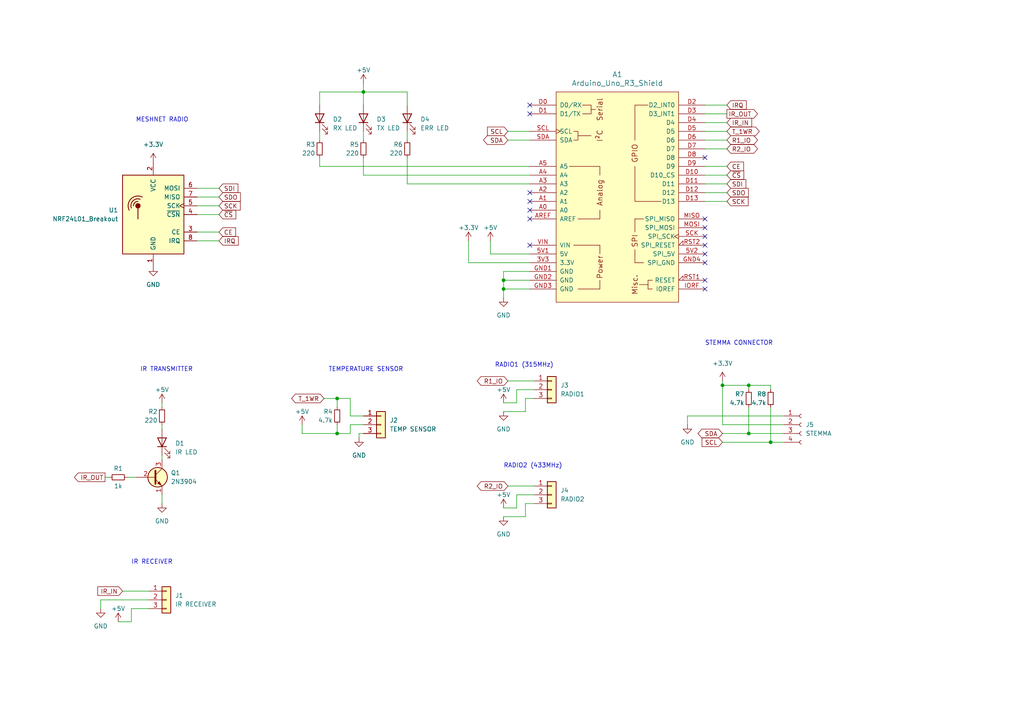
<source format=kicad_sch>
(kicad_sch (version 20230121) (generator eeschema)
  (paper "A4")
  (lib_symbols
    (symbol "Connector:Conn_01x04_Socket" (pin_names (offset 1.016) hide)
      (property "Reference" "J" (at 0 5.08 0))
      (property "Value" "Conn_01x04_Socket" (at 0 -7.62 0))
      (symbol "Conn_01x04_Socket_1_1"
        (arc (start 0 -4.572) (mid -0.5058 -5.08) (end 0 -5.588) (stroke (width 0.1524)))
        (arc (start 0 -2.032) (mid -0.5058 -2.54) (end 0 -3.048) (stroke (width 0.1524)))
        (polyline (pts (xy -1.27 -5.08) (xy -0.508 -5.08)) (stroke (width 0.1524)))
        (polyline (pts (xy -1.27 -2.54) (xy -0.508 -2.54)) (stroke (width 0.1524)))
        (polyline (pts (xy -1.27 0) (xy -0.508 0)) (stroke (width 0.1524)))
        (polyline (pts (xy -1.27 2.54) (xy -0.508 2.54)) (stroke (width 0.1524)))
        (arc (start 0 0.508) (mid -0.5058 0) (end 0 -0.508) (stroke (width 0.1524)))
        (arc (start 0 3.048) (mid -0.5058 2.54) (end 0 2.032) (stroke (width 0.1524)))
        (pin passive line (at -5.08 2.54 0) (length 3.81) (name "Pin_1") (number "1"))
        (pin passive line (at -5.08 0 0) (length 3.81) (name "Pin_2") (number "2"))
        (pin passive line (at -5.08 -2.54 0) (length 3.81) (name "Pin_3") (number "3"))
        (pin passive line (at -5.08 -5.08 0) (length 3.81) (name "Pin_4") (number "4"))
      )
    )
    (symbol "Connector_Generic:Conn_01x03" (pin_names (offset 1.016) hide)
      (property "Reference" "J" (at 0 5.08 0))
      (property "Value" "Conn_01x03" (at 0 -5.08 0))
      (symbol "Conn_01x03_1_1"
        (rectangle (start -1.27 -2.413) (end 0 -2.667) (stroke (width 0.1524)))
        (rectangle (start -1.27 0.127) (end 0 -0.127) (stroke (width 0.1524)))
        (rectangle (start -1.27 2.667) (end 0 2.413) (stroke (width 0.1524)))
        (rectangle (start -1.27 3.81) (end 1.27 -3.81) (stroke (width 0.254)) (fill (type background)))
        (pin passive line (at -5.08 2.54 0) (length 3.81) (name "Pin_1") (number "1"))
        (pin passive line (at -5.08 0 0) (length 3.81) (name "Pin_2") (number "2"))
        (pin passive line (at -5.08 -2.54 0) (length 3.81) (name "Pin_3") (number "3"))
      )
    )
    (symbol "Device:LED" (pin_numbers hide) (pin_names (offset 1.016) hide)
      (property "Reference" "D" (at 0 2.54 0))
      (property "Value" "LED" (at 0 -2.54 0))
      (symbol "LED_0_1"
        (polyline (pts (xy -1.27 -1.27) (xy -1.27 1.27)) (stroke (width 0.254)))
        (polyline (pts (xy -1.27 0) (xy 1.27 0)))
        (polyline (pts (xy 1.27 -1.27) (xy 1.27 1.27) (xy -1.27 0) (xy 1.27 -1.27)) (stroke (width 0.254)))
        (polyline (pts (xy -3.048 -0.762) (xy -4.572 -2.286) (xy -3.81 -2.286) (xy -4.572 -2.286) (xy -4.572 -1.524)))
        (polyline (pts (xy -1.778 -0.762) (xy -3.302 -2.286) (xy -2.54 -2.286) (xy -3.302 -2.286) (xy -3.302 -1.524)))
      )
      (symbol "LED_1_1"
        (pin passive line (at -3.81 0 0) (length 2.54) (name "K") (number "1"))
        (pin passive line (at 3.81 0 180) (length 2.54) (name "A") (number "2"))
      )
    )
    (symbol "Device:R_Small" (pin_numbers hide) (pin_names (offset 0.254) hide)
      (property "Reference" "R" (at 0.762 0.508 0))
      (property "Value" "R_Small" (at 0.762 -1.016 0))
      (symbol "R_Small_0_1"
        (rectangle (start -0.762 1.778) (end 0.762 -1.778) (stroke (width 0.2032)))
      )
      (symbol "R_Small_1_1"
        (pin passive line (at 0 2.54 270) (length 0.762) (name "~") (number "1"))
        (pin passive line (at 0 -2.54 90) (length 0.762) (name "~") (number "2"))
      )
    )
    (symbol "PCM_Transistor_BJT_AKL:2N3904" (pin_names hide)
      (property "Reference" "Q" (at 5.08 1.27 0))
      (property "Value" "2N3904" (at 5.08 -1.27 0))
      (symbol "2N3904_0_1"
        (polyline (pts (xy 0.635 0.635) (xy 2.54 2.54)))
        (polyline (pts (xy 0.635 -0.635) (xy 2.54 -2.54) (xy 2.54 -2.54)))
        (polyline (pts (xy 0.635 1.905) (xy 0.635 -1.905) (xy 0.635 -1.905)) (stroke (width 0.508)))
        (polyline (pts (xy 1.27 -1.778) (xy 1.778 -1.27) (xy 2.286 -2.286) (xy 1.27 -1.778) (xy 1.27 -1.778)) (fill (type outline)))
        (circle (center 1.27 0) (radius 2.8194) (stroke (width 0.254)) (fill (type background)))
      )
      (symbol "2N3904_1_1"
        (pin passive line (at 2.54 -5.08 90) (length 2.54) (name "E") (number "1"))
        (pin passive line (at -5.08 0 0) (length 5.715) (name "B") (number "2"))
        (pin passive line (at 2.54 5.08 270) (length 2.54) (name "C") (number "3"))
      )
    )
    (symbol "PCM_arduino-library:Arduino_Uno_R3_Shield" (pin_names (offset 1.016))
      (property "Reference" "A" (at 0 36.83 0))
      (property "Value" "Arduino_Uno_R3_Shield" (at 0 33.02 0))
      (symbol "Arduino_Uno_R3_Shield_0_0"
        (rectangle (start -17.78 30.48) (end 17.78 -30.48) (fill (type background)))
        (rectangle (start -12.7 -13.97) (end -5.08 -13.97))
        (rectangle (start -11.43 -26.67) (end -5.08 -26.67))
        (polyline (pts (xy -11.43 17.78) (xy -7.62 17.78)))
        (polyline (pts (xy -7.62 25.4) (xy -6.35 25.4)))
        (polyline (pts (xy -5.08 -26.67) (xy -5.08 -24.13)))
        (polyline (pts (xy -5.08 -15.24) (xy -5.08 -16.51)))
        (polyline (pts (xy -5.08 -13.97) (xy -5.08 -15.24)))
        (polyline (pts (xy -5.08 -3.81) (xy -5.08 -6.35) (xy -11.43 -6.35)))
        (polyline (pts (xy -5.08 6.35) (xy -5.08 8.89) (xy -13.97 8.89)))
        (polyline (pts (xy 5.08 8.89) (xy 5.08 -1.27) (xy 12.7 -1.27)))
        (polyline (pts (xy 5.08 16.51) (xy 5.08 26.67) (xy 8.89 26.67)))
        (polyline (pts (xy -12.7 19.05) (xy -11.43 19.05) (xy -11.43 16.51) (xy -12.7 16.51)))
        (polyline (pts (xy -10.16 26.67) (xy -7.62 26.67) (xy -7.62 24.13) (xy -10.16 24.13)))
        (rectangle (start 5.08 -19.05) (end 5.08 -15.24))
        (rectangle (start 5.08 -19.05) (end 7.62 -19.05))
        (rectangle (start 5.08 -10.16) (end 5.08 -6.35))
        (rectangle (start 7.62 -6.35) (end 5.08 -6.35))
        (rectangle (start 8.89 -25.4) (end 6.35 -25.4))
        (rectangle (start 8.89 -24.13) (end 8.89 -26.67))
        (rectangle (start 10.16 -26.67) (end 8.89 -26.67))
        (rectangle (start 10.16 -24.13) (end 8.89 -24.13))
        (text "Analog" (at -5.08 1.27 900) (effects (font (size 1.524 1.524))))
        (text "I²C" (at -5.08 17.78 900) (effects (font (size 1.524 1.524))))
        (text "Misc." (at 5.08 -25.4 900) (effects (font (size 1.524 1.524))))
        (text "Power" (at -5.08 -20.32 900) (effects (font (size 1.524 1.524))))
        (text "Serial" (at -5.08 25.4 900) (effects (font (size 1.524 1.524))))
        (text "SPI" (at 5.08 -12.7 900) (effects (font (size 1.524 1.524))))
      )
      (symbol "Arduino_Uno_R3_Shield_1_0"
        (text "GPIO" (at 5.08 12.7 900) (effects (font (size 1.524 1.524))))
      )
      (symbol "Arduino_Uno_R3_Shield_1_1"
        (pin power_out line (at -25.4 -19.05 0) (length 7.62) (name "3.3V") (number "3V3"))
        (pin power_in line (at -25.4 -16.51 0) (length 7.62) (name "5V") (number "5V1"))
        (pin power_in line (at 25.4 -16.51 180) (length 7.62) (name "SPI_5V") (number "5V2"))
        (pin bidirectional line (at -25.4 -3.81 0) (length 7.62) (name "A0") (number "A0"))
        (pin bidirectional line (at -25.4 -1.27 0) (length 7.62) (name "A1") (number "A1"))
        (pin bidirectional line (at -25.4 1.27 0) (length 7.62) (name "A2") (number "A2"))
        (pin bidirectional line (at -25.4 3.81 0) (length 7.62) (name "A3") (number "A3"))
        (pin bidirectional line (at -25.4 6.35 0) (length 7.62) (name "A4") (number "A4"))
        (pin bidirectional line (at -25.4 8.89 0) (length 7.62) (name "A5") (number "A5"))
        (pin input line (at -25.4 -6.35 0) (length 7.62) (name "AREF") (number "AREF"))
        (pin bidirectional line (at -25.4 26.67 0) (length 7.62) (name "D0/RX") (number "D0"))
        (pin bidirectional line (at -25.4 24.13 0) (length 7.62) (name "D1/TX") (number "D1"))
        (pin bidirectional line (at 25.4 6.35 180) (length 7.62) (name "D10_CS") (number "D10"))
        (pin bidirectional line (at 25.4 3.81 180) (length 7.62) (name "D11") (number "D11"))
        (pin bidirectional line (at 25.4 1.27 180) (length 7.62) (name "D12") (number "D12"))
        (pin bidirectional line (at 25.4 -1.27 180) (length 7.62) (name "D13") (number "D13"))
        (pin bidirectional line (at 25.4 26.67 180) (length 7.62) (name "D2_INT0") (number "D2"))
        (pin bidirectional line (at 25.4 24.13 180) (length 7.62) (name "D3_INT1") (number "D3"))
        (pin bidirectional line (at 25.4 21.59 180) (length 7.62) (name "D4") (number "D4"))
        (pin bidirectional line (at 25.4 19.05 180) (length 7.62) (name "D5") (number "D5"))
        (pin bidirectional line (at 25.4 16.51 180) (length 7.62) (name "D6") (number "D6"))
        (pin bidirectional line (at 25.4 13.97 180) (length 7.62) (name "D7") (number "D7"))
        (pin bidirectional line (at 25.4 11.43 180) (length 7.62) (name "D8") (number "D8"))
        (pin bidirectional line (at 25.4 8.89 180) (length 7.62) (name "D9") (number "D9"))
        (pin power_in line (at -25.4 -21.59 0) (length 7.62) (name "GND") (number "GND1"))
        (pin power_in line (at -25.4 -24.13 0) (length 7.62) (name "GND") (number "GND2"))
        (pin power_in line (at -25.4 -26.67 0) (length 7.62) (name "GND") (number "GND3"))
        (pin power_in line (at 25.4 -19.05 180) (length 7.62) (name "SPI_GND") (number "GND4"))
        (pin output line (at 25.4 -26.67 180) (length 7.62) (name "IOREF") (number "IORF"))
        (pin input line (at 25.4 -6.35 180) (length 7.62) (name "SPI_MISO") (number "MISO"))
        (pin output line (at 25.4 -8.89 180) (length 7.62) (name "SPI_MOSI") (number "MOSI"))
        (pin open_collector input_low (at 25.4 -24.13 180) (length 7.62) (name "RESET") (number "RST1"))
        (pin open_collector input_low (at 25.4 -13.97 180) (length 7.62) (name "SPI_RESET") (number "RST2"))
        (pin output clock (at 25.4 -11.43 180) (length 7.62) (name "SPI_SCK") (number "SCK"))
        (pin bidirectional clock (at -25.4 19.05 0) (length 7.62) (name "SCL") (number "SCL"))
        (pin bidirectional line (at -25.4 16.51 0) (length 7.62) (name "SDA") (number "SDA"))
        (pin power_in line (at -25.4 -13.97 0) (length 7.62) (name "VIN") (number "VIN"))
      )
    )
    (symbol "RF:NRF24L01_Breakout" (pin_names (offset 1.016))
      (property "Reference" "U" (at -8.89 12.7 0))
      (property "Value" "NRF24L01_Breakout" (at 3.81 12.7 0))
      (symbol "NRF24L01_Breakout_0_1"
        (rectangle (start -8.89 11.43) (end 8.89 -11.43) (stroke (width 0.254)) (fill (type background)))
        (polyline (pts (xy 4.445 1.905) (xy 4.445 -1.27)) (stroke (width 0.254)))
        (circle (center 4.445 2.54) (radius 0.635) (stroke (width 0.254)) (fill (type outline)))
        (arc (start 5.715 2.54) (mid 5.3521 3.4546) (end 4.445 3.81) (stroke (width 0.254)))
        (arc (start 6.35 1.905) (mid 5.8763 3.9854) (end 3.81 4.445) (stroke (width 0.254)))
        (arc (start 6.985 1.27) (mid 6.453 4.548) (end 3.175 5.08) (stroke (width 0.254)))
      )
      (symbol "NRF24L01_Breakout_1_1"
        (pin power_in line (at 0 -15.24 90) (length 3.81) (name "GND") (number "1"))
        (pin power_in line (at 0 15.24 270) (length 3.81) (name "VCC") (number "2"))
        (pin input line (at -12.7 -5.08 0) (length 3.81) (name "CE") (number "3"))
        (pin input line (at -12.7 0 0) (length 3.81) (name "~{CSN}") (number "4"))
        (pin input clock (at -12.7 2.54 0) (length 3.81) (name "SCK") (number "5"))
        (pin input line (at -12.7 7.62 0) (length 3.81) (name "MOSI") (number "6"))
        (pin output line (at -12.7 5.08 0) (length 3.81) (name "MISO") (number "7"))
        (pin output line (at -12.7 -7.62 0) (length 3.81) (name "IRQ") (number "8"))
      )
    )
    (symbol "power:+3.3V" (power) (pin_names (offset 0))
      (property "Value" "+3.3V" (at 0 3.556 0))
      (symbol "+3.3V_0_1"
        (polyline (pts (xy -0.762 1.27) (xy 0 2.54)))
        (polyline (pts (xy 0 0) (xy 0 2.54)))
        (polyline (pts (xy 0 2.54) (xy 0.762 1.27)))
      )
      (symbol "+3.3V_1_1"
        (pin power_in line (at 0 0 90) (length 0) hide (name "+3.3V") (number "1"))
      )
    )
    (symbol "power:+5V" (power) (pin_names (offset 0))
      (property "Value" "+5V" (at 0 3.556 0))
      (symbol "+5V_0_1"
        (polyline (pts (xy -0.762 1.27) (xy 0 2.54)))
        (polyline (pts (xy 0 0) (xy 0 2.54)))
        (polyline (pts (xy 0 2.54) (xy 0.762 1.27)))
      )
      (symbol "+5V_1_1"
        (pin power_in line (at 0 0 90) (length 0) hide (name "+5V") (number "1"))
      )
    )
    (symbol "power:GND" (power) (pin_names (offset 0))
      (property "Value" "GND" (at 0 -3.81 0))
      (symbol "GND_0_1"
        (polyline (pts (xy 0 0) (xy 0 -1.27) (xy 1.27 -1.27) (xy 0 -2.54) (xy -1.27 -1.27) (xy 0 -1.27)))
      )
      (symbol "GND_1_1"
        (pin power_in line (at 0 0 270) (length 0) hide (name "GND") (number "1"))
      )
    )
  )
  (junction (at 97.79 125.73))
  (junction (at 105.41 26.67))
  (junction (at 217.17 111.76))
  (junction (at 146.05 83.82))
  (junction (at 209.55 111.76))
  (junction (at 223.52 128.27))
  (junction (at 97.79 115.57))
  (junction (at 217.17 125.73))
  (junction (at 146.05 81.28))
  (no_connect (at 204.47 68.58))
  (no_connect (at 204.47 45.72))
  (no_connect (at 153.67 58.42))
  (no_connect (at 153.67 71.12))
  (no_connect (at 204.47 73.66))
  (no_connect (at 204.47 71.12))
  (no_connect (at 204.47 76.2))
  (no_connect (at 204.47 83.82))
  (no_connect (at 204.47 81.28))
  (no_connect (at 153.67 30.48))
  (no_connect (at 204.47 63.5))
  (no_connect (at 153.67 55.88))
  (no_connect (at 204.47 66.04))
  (no_connect (at 153.67 33.02))
  (no_connect (at 153.67 60.96))
  (no_connect (at 153.67 63.5))
  (wire (pts (xy 36.83 138.43) (xy 39.37 138.43)))
  (wire (pts (xy 210.82 40.64) (xy 204.47 40.64)))
  (wire (pts (xy 105.41 24.13) (xy 105.41 26.67)))
  (wire (pts (xy 149.86 143.51) (xy 154.94 143.51)))
  (wire (pts (xy 87.63 123.19) (xy 87.63 125.73)))
  (wire (pts (xy 147.32 140.97) (xy 154.94 140.97)))
  (wire (pts (xy 105.41 38.1) (xy 105.41 40.64)))
  (wire (pts (xy 92.71 38.1) (xy 92.71 40.64)))
  (wire (pts (xy 34.29 180.34) (xy 38.1 180.34)))
  (wire (pts (xy 210.82 33.02) (xy 204.47 33.02)))
  (wire (pts (xy 147.32 40.64) (xy 153.67 40.64)))
  (wire (pts (xy 29.21 176.53) (xy 29.21 173.99)))
  (wire (pts (xy 153.67 38.1) (xy 147.32 38.1)))
  (wire (pts (xy 30.48 138.43) (xy 31.75 138.43)))
  (wire (pts (xy 38.1 176.53) (xy 43.18 176.53)))
  (wire (pts (xy 149.86 116.84) (xy 149.86 113.03)))
  (wire (pts (xy 142.24 69.85) (xy 142.24 73.66)))
  (wire (pts (xy 46.99 132.08) (xy 46.99 133.35)))
  (wire (pts (xy 149.86 147.32) (xy 149.86 143.51)))
  (wire (pts (xy 204.47 50.8) (xy 210.82 50.8)))
  (wire (pts (xy 92.71 26.67) (xy 105.41 26.67)))
  (wire (pts (xy 209.55 110.49) (xy 209.55 111.76)))
  (wire (pts (xy 217.17 113.03) (xy 217.17 111.76)))
  (wire (pts (xy 118.11 53.34) (xy 153.67 53.34)))
  (wire (pts (xy 101.6 123.19) (xy 105.41 123.19)))
  (wire (pts (xy 97.79 115.57) (xy 101.6 115.57)))
  (wire (pts (xy 142.24 73.66) (xy 153.67 73.66)))
  (wire (pts (xy 217.17 125.73) (xy 227.33 125.73)))
  (wire (pts (xy 209.55 111.76) (xy 217.17 111.76)))
  (wire (pts (xy 46.99 123.19) (xy 46.99 124.46)))
  (wire (pts (xy 105.41 50.8) (xy 153.67 50.8)))
  (wire (pts (xy 223.52 118.11) (xy 223.52 128.27)))
  (wire (pts (xy 146.05 78.74) (xy 146.05 81.28)))
  (wire (pts (xy 199.39 123.19) (xy 199.39 120.65)))
  (wire (pts (xy 35.56 171.45) (xy 43.18 171.45)))
  (wire (pts (xy 146.05 86.36) (xy 146.05 83.82)))
  (wire (pts (xy 209.55 111.76) (xy 209.55 123.19)))
  (wire (pts (xy 217.17 118.11) (xy 217.17 125.73)))
  (wire (pts (xy 146.05 147.32) (xy 149.86 147.32)))
  (wire (pts (xy 153.67 81.28) (xy 146.05 81.28)))
  (wire (pts (xy 29.21 173.99) (xy 43.18 173.99)))
  (wire (pts (xy 204.47 30.48) (xy 210.82 30.48)))
  (wire (pts (xy 210.82 38.1) (xy 204.47 38.1)))
  (wire (pts (xy 149.86 113.03) (xy 154.94 113.03)))
  (wire (pts (xy 105.41 45.72) (xy 105.41 50.8)))
  (wire (pts (xy 101.6 120.65) (xy 105.41 120.65)))
  (wire (pts (xy 38.1 180.34) (xy 38.1 176.53)))
  (wire (pts (xy 57.15 69.85) (xy 63.5 69.85)))
  (wire (pts (xy 118.11 45.72) (xy 118.11 53.34)))
  (wire (pts (xy 152.4 146.05) (xy 154.94 146.05)))
  (wire (pts (xy 93.98 115.57) (xy 97.79 115.57)))
  (wire (pts (xy 146.05 116.84) (xy 149.86 116.84)))
  (wire (pts (xy 204.47 58.42) (xy 210.82 58.42)))
  (wire (pts (xy 118.11 30.48) (xy 118.11 26.67)))
  (wire (pts (xy 101.6 125.73) (xy 101.6 123.19)))
  (wire (pts (xy 204.47 53.34) (xy 210.82 53.34)))
  (wire (pts (xy 227.33 128.27) (xy 223.52 128.27)))
  (wire (pts (xy 146.05 81.28) (xy 146.05 83.82)))
  (wire (pts (xy 204.47 48.26) (xy 210.82 48.26)))
  (wire (pts (xy 92.71 30.48) (xy 92.71 26.67)))
  (wire (pts (xy 97.79 123.19) (xy 97.79 125.73)))
  (wire (pts (xy 118.11 26.67) (xy 105.41 26.67)))
  (wire (pts (xy 209.55 125.73) (xy 217.17 125.73)))
  (wire (pts (xy 92.71 45.72) (xy 92.71 48.26)))
  (wire (pts (xy 92.71 48.26) (xy 153.67 48.26)))
  (wire (pts (xy 146.05 83.82) (xy 153.67 83.82)))
  (wire (pts (xy 57.15 59.69) (xy 63.5 59.69)))
  (wire (pts (xy 101.6 115.57) (xy 101.6 120.65)))
  (wire (pts (xy 209.55 123.19) (xy 227.33 123.19)))
  (wire (pts (xy 146.05 149.86) (xy 152.4 149.86)))
  (wire (pts (xy 135.89 76.2) (xy 153.67 76.2)))
  (wire (pts (xy 118.11 38.1) (xy 118.11 40.64)))
  (wire (pts (xy 46.99 143.51) (xy 46.99 146.05)))
  (wire (pts (xy 97.79 115.57) (xy 97.79 118.11)))
  (wire (pts (xy 97.79 125.73) (xy 101.6 125.73)))
  (wire (pts (xy 46.99 116.84) (xy 46.99 118.11)))
  (wire (pts (xy 153.67 78.74) (xy 146.05 78.74)))
  (wire (pts (xy 199.39 120.65) (xy 227.33 120.65)))
  (wire (pts (xy 152.4 119.38) (xy 152.4 115.57)))
  (wire (pts (xy 57.15 67.31) (xy 63.5 67.31)))
  (wire (pts (xy 152.4 115.57) (xy 154.94 115.57)))
  (wire (pts (xy 135.89 69.85) (xy 135.89 76.2)))
  (wire (pts (xy 87.63 125.73) (xy 97.79 125.73)))
  (wire (pts (xy 223.52 128.27) (xy 209.55 128.27)))
  (wire (pts (xy 57.15 62.23) (xy 63.5 62.23)))
  (wire (pts (xy 104.14 125.73) (xy 105.41 125.73)))
  (wire (pts (xy 223.52 111.76) (xy 217.17 111.76)))
  (wire (pts (xy 210.82 35.56) (xy 204.47 35.56)))
  (wire (pts (xy 210.82 43.18) (xy 204.47 43.18)))
  (wire (pts (xy 223.52 113.03) (xy 223.52 111.76)))
  (wire (pts (xy 146.05 119.38) (xy 152.4 119.38)))
  (wire (pts (xy 57.15 54.61) (xy 63.5 54.61)))
  (wire (pts (xy 105.41 26.67) (xy 105.41 30.48)))
  (wire (pts (xy 147.32 110.49) (xy 154.94 110.49)))
  (wire (pts (xy 104.14 127) (xy 104.14 125.73)))
  (wire (pts (xy 57.15 57.15) (xy 63.5 57.15)))
  (wire (pts (xy 204.47 55.88) (xy 210.82 55.88)))
  (wire (pts (xy 152.4 149.86) (xy 152.4 146.05)))
  (text "IR TRANSMITTER\n" (at 40.64 107.95 0) (effects (font (size 1.27 1.27)) (justify left bottom)))
  (text "STEMMA CONNECTOR" (at 204.47 100.33 0) (effects (font (size 1.27 1.27)) (justify left bottom)))
  (text "IR RECEIVER" (at 38.1 163.83 0) (effects (font (size 1.27 1.27)) (justify left bottom)))
  (text "MESHNET RADIO" (at 39.37 35.56 0) (effects (font (size 1.27 1.27)) (justify left bottom)))
  (text "RADIO2 (433MHz)\n" (at 146.05 135.89 0) (effects (font (size 1.27 1.27)) (justify left bottom)))
  (text "TEMPERATURE SENSOR" (at 95.25 107.95 0) (effects (font (size 1.27 1.27)) (justify left bottom)))
  (text "RADIO1 (315MHz)\n" (at 143.51 106.68 0) (effects (font (size 1.27 1.27)) (justify left bottom)))
  (global_label "SDI" (shape input) (at 63.5 54.61 0) (property "Intersheetrefs" "${INTERSHEET_REFS}" (effects hide)))
  (global_label "SDA" (shape bidirectional) (at 209.55 125.73 180) (property "Intersheetrefs" "${INTERSHEET_REFS}" (effects hide)))
  (global_label "SDO" (shape input) (at 63.5 57.15 0) (property "Intersheetrefs" "${INTERSHEET_REFS}" (effects hide)))
  (global_label "IRQ" (shape input) (at 210.82 30.48 0) (property "Intersheetrefs" "${INTERSHEET_REFS}" (effects hide)))
  (global_label "SDA" (shape bidirectional) (at 147.32 40.64 180) (property "Intersheetrefs" "${INTERSHEET_REFS}" (effects hide)))
  (global_label "CE" (shape input) (at 63.5 67.31 0) (property "Intersheetrefs" "${INTERSHEET_REFS}" (effects hide)))
  (global_label "CE" (shape input) (at 210.82 48.26 0) (property "Intersheetrefs" "${INTERSHEET_REFS}" (effects hide)))
  (global_label "T_1WR" (shape bidirectional) (at 93.98 115.57 180) (property "Intersheetrefs" "${INTERSHEET_REFS}" (effects hide)))
  (global_label "SCL" (shape input) (at 209.55 128.27 180) (property "Intersheetrefs" "${INTERSHEET_REFS}" (effects hide)))
  (global_label "SDI" (shape input) (at 210.82 53.34 0) (property "Intersheetrefs" "${INTERSHEET_REFS}" (effects hide)))
  (global_label "IR_OUT" (shape output) (at 210.82 33.02 0) (property "Intersheetrefs" "${INTERSHEET_REFS}" (effects hide)))
  (global_label "R1_IO" (shape bidirectional) (at 210.82 40.64 0) (property "Intersheetrefs" "${INTERSHEET_REFS}" (effects hide)))
  (global_label "~{CS}" (shape input) (at 210.82 50.8 0) (property "Intersheetrefs" "${INTERSHEET_REFS}" (effects hide)))
  (global_label "R2_IO" (shape bidirectional) (at 147.32 140.97 180) (property "Intersheetrefs" "${INTERSHEET_REFS}" (effects hide)))
  (global_label "IRQ" (shape input) (at 63.5 69.85 0) (property "Intersheetrefs" "${INTERSHEET_REFS}" (effects hide)))
  (global_label "SDO" (shape input) (at 210.82 55.88 0) (property "Intersheetrefs" "${INTERSHEET_REFS}" (effects hide)))
  (global_label "T_1WR" (shape bidirectional) (at 210.82 38.1 0) (property "Intersheetrefs" "${INTERSHEET_REFS}" (effects hide)))
  (global_label "R1_IO" (shape bidirectional) (at 147.32 110.49 180) (property "Intersheetrefs" "${INTERSHEET_REFS}" (effects hide)))
  (global_label "SCL" (shape input) (at 147.32 38.1 180) (property "Intersheetrefs" "${INTERSHEET_REFS}" (effects hide)))
  (global_label "R2_IO" (shape bidirectional) (at 210.82 43.18 0) (property "Intersheetrefs" "${INTERSHEET_REFS}" (effects hide)))
  (global_label "SCK" (shape input) (at 210.82 58.42 0) (property "Intersheetrefs" "${INTERSHEET_REFS}" (effects hide)))
  (global_label "IR_OUT" (shape output) (at 30.48 138.43 180) (property "Intersheetrefs" "${INTERSHEET_REFS}" (effects hide)))
  (global_label "IR_IN" (shape input) (at 35.56 171.45 180) (property "Intersheetrefs" "${INTERSHEET_REFS}" (effects hide)))
  (global_label "SCK" (shape input) (at 63.5 59.69 0) (property "Intersheetrefs" "${INTERSHEET_REFS}" (effects hide)))
  (global_label "~{CS}" (shape input) (at 63.5 62.23 0) (property "Intersheetrefs" "${INTERSHEET_REFS}" (effects hide)))
  (global_label "IR_IN" (shape input) (at 210.82 35.56 0) (property "Intersheetrefs" "${INTERSHEET_REFS}" (effects hide)))
  (symbol (lib_id "power:GND") (at 146.05 149.86 0) (unit 1)
    (property "Reference" "#PWR016" (effects hide))
    (property "Value" "GND" (at 146.05 154.94 0))
  )
  (symbol (lib_id "RF:NRF24L01_Breakout") (at 44.45 62.23 0) (mirror y) (unit 1)
    (property "Reference" "U1" (at 34.29 60.96 0) (effects (justify left)))
    (property "Value" "NRF24L01_Breakout" (at 34.29 63.5 0) (effects (justify left)))
    (property "Footprint" "RF_Module:nRF24L01_Breakout" (effects hide))
    (property "Datasheet" "http://www.nordicsemi.com/eng/content/download/2730/34105/file/nRF24L01_Product_Specification_v2_0.pdf" (effects hide))
  )
  (symbol (lib_id "Connector_Generic:Conn_01x03") (at 48.26 173.99 0) (unit 1)
    (property "Reference" "J1" (at 50.8 172.7199 0) (effects (justify left)))
    (property "Value" "IR RECEIVER" (at 50.8 175.2599 0) (effects (justify left)))
    (property "Footprint" "Connector_PinSocket_2.54mm:PinSocket_1x03_P2.54mm_Vertical" (effects hide))
  )
  (symbol (lib_id "PCM_Transistor_BJT_AKL:2N3904") (at 44.45 138.43 0) (unit 1)
    (property "Reference" "Q1" (at 49.53 137.16 0) (effects (justify left)))
    (property "Value" "2N3904" (at 49.53 139.7 0) (effects (justify left)))
    (property "Footprint" "Package_TO_SOT_THT:TO-92_Inline_Wide" (effects hide))
    (property "Datasheet" "https://www.tme.eu/Document/12bff749841e3a356e683e9a8e7e4119/2N3904BU-DTE.pdf" (effects hide))
  )
  (symbol (lib_id "PCM_arduino-library:Arduino_Uno_R3_Shield") (at 179.07 57.15 0) (unit 1)
    (property "Reference" "A1" (at 179.07 21.59 0) (effects (font (size 1.524 1.524))))
    (property "Value" "Arduino_Uno_R3_Shield" (at 179.07 24.13 0) (effects (font (size 1.524 1.524))))
    (property "Footprint" "PCM_arduino-library:Arduino_Uno_R3_Shield" (effects hide))
    (property "Datasheet" "https://docs.arduino.cc/hardware/uno-rev3" (effects hide))
  )
  (symbol (lib_id "power:+3.3V") (at 209.55 110.49 0) (unit 1)
    (property "Reference" "#PWR018" (effects hide))
    (property "Value" "+3.3V" (at 209.55 105.41 0))
  )
  (symbol (lib_id "power:GND") (at 146.05 119.38 0) (unit 1)
    (property "Reference" "#PWR014" (effects hide))
    (property "Value" "GND" (at 146.05 124.46 0))
  )
  (symbol (lib_id "Device:R_Small") (at 97.79 120.65 0) (mirror y) (unit 1)
    (property "Reference" "R4" (at 96.52 119.38 0) (effects (justify left)))
    (property "Value" "4.7k" (at 96.52 121.92 0) (effects (justify left)))
    (property "Footprint" "Resistor_THT:R_Axial_DIN0204_L3.6mm_D1.6mm_P5.08mm_Horizontal" (effects hide))
  )
  (symbol (lib_id "Device:R_Small") (at 217.17 115.57 0) (mirror y) (unit 1)
    (property "Reference" "R7" (at 215.9 114.3 0) (effects (justify left)))
    (property "Value" "4.7k" (at 215.9 116.84 0) (effects (justify left)))
    (property "Footprint" "Resistor_THT:R_Axial_DIN0204_L3.6mm_D1.6mm_P5.08mm_Horizontal" (effects hide))
  )
  (symbol (lib_id "Connector:Conn_01x04_Socket") (at 232.41 123.19 0) (unit 1)
    (property "Reference" "J5" (at 233.68 123.19 0) (effects (justify left)))
    (property "Value" "STEMMA" (at 233.68 125.73 0) (effects (justify left)))
    (property "Footprint" "Connector_JST:JST_SH_SM04B-SRSS-TB_1x04-1MP_P1.00mm_Horizontal" (effects hide))
  )
  (symbol (lib_id "power:+5V") (at 46.99 116.84 0) (unit 1)
    (property "Reference" "#PWR05" (effects hide))
    (property "Value" "+5V" (at 46.99 113.03 0))
  )
  (symbol (lib_id "power:+5V") (at 87.63 123.19 0) (unit 1)
    (property "Reference" "#PWR07" (effects hide))
    (property "Value" "+5V" (at 87.63 119.38 0))
  )
  (symbol (lib_id "Device:LED") (at 92.71 34.29 90) (unit 1)
    (property "Reference" "D2" (at 96.52 34.6075 90) (effects (justify right)))
    (property "Value" "RX LED" (at 96.52 37.1475 90) (effects (justify right)))
    (property "Footprint" "LED_THT:LED_D5.0mm" (effects hide))
  )
  (symbol (lib_id "power:GND") (at 29.21 176.53 0) (unit 1)
    (property "Reference" "#PWR01" (effects hide))
    (property "Value" "GND" (at 29.21 181.61 0))
  )
  (symbol (lib_id "Device:LED") (at 105.41 34.29 90) (unit 1)
    (property "Reference" "D3" (at 109.22 34.6075 90) (effects (justify right)))
    (property "Value" "TX LED" (at 109.22 37.1475 90) (effects (justify right)))
    (property "Footprint" "LED_THT:LED_D5.0mm" (effects hide))
  )
  (symbol (lib_id "power:+3.3V") (at 135.89 69.85 0) (unit 1)
    (property "Reference" "#PWR010" (effects hide))
    (property "Value" "+3.3V" (at 135.89 66.04 0))
  )
  (symbol (lib_id "power:GND") (at 44.45 77.47 0) (unit 1)
    (property "Reference" "#PWR04" (effects hide))
    (property "Value" "GND" (at 44.45 82.55 0))
  )
  (symbol (lib_id "Connector_Generic:Conn_01x03") (at 160.02 143.51 0) (unit 1)
    (property "Reference" "J4" (at 162.56 142.24 0) (effects (justify left)))
    (property "Value" "RADIO2" (at 162.56 144.78 0) (effects (justify left)))
    (property "Footprint" "Connector_PinSocket_2.54mm:PinSocket_1x03_P2.54mm_Vertical" (effects hide))
  )
  (symbol (lib_id "power:+3.3V") (at 44.45 46.99 0) (unit 1)
    (property "Reference" "#PWR03" (effects hide))
    (property "Value" "+3.3V" (at 44.45 41.91 0))
  )
  (symbol (lib_id "power:GND") (at 199.39 123.19 0) (unit 1)
    (property "Reference" "#PWR017" (effects hide))
    (property "Value" "GND" (at 199.39 128.27 0))
  )
  (symbol (lib_id "power:+5V") (at 34.29 180.34 0) (unit 1)
    (property "Reference" "#PWR02" (effects hide))
    (property "Value" "+5V" (at 34.29 176.53 0))
  )
  (symbol (lib_id "Device:R_Small") (at 46.99 120.65 0) (mirror y) (unit 1)
    (property "Reference" "R2" (at 45.72 119.38 0) (effects (justify left)))
    (property "Value" "220" (at 45.72 121.92 0) (effects (justify left)))
    (property "Footprint" "Resistor_THT:R_Axial_DIN0204_L3.6mm_D1.6mm_P5.08mm_Horizontal" (effects hide))
  )
  (symbol (lib_id "power:+5V") (at 142.24 69.85 0) (unit 1)
    (property "Reference" "#PWR011" (effects hide))
    (property "Value" "+5V" (at 142.24 66.04 0))
  )
  (symbol (lib_id "Device:R_Small") (at 105.41 43.18 0) (mirror y) (unit 1)
    (property "Reference" "R5" (at 104.14 41.91 0) (effects (justify left)))
    (property "Value" "220" (at 104.14 44.45 0) (effects (justify left)))
    (property "Footprint" "Resistor_THT:R_Axial_DIN0204_L3.6mm_D1.6mm_P5.08mm_Horizontal" (effects hide))
  )
  (symbol (lib_id "power:GND") (at 46.99 146.05 0) (unit 1)
    (property "Reference" "#PWR06" (effects hide))
    (property "Value" "GND" (at 46.99 151.13 0))
  )
  (symbol (lib_id "Device:LED") (at 118.11 34.29 90) (unit 1)
    (property "Reference" "D4" (at 121.92 34.6075 90) (effects (justify right)))
    (property "Value" "ERR LED" (at 121.92 37.1475 90) (effects (justify right)))
    (property "Footprint" "LED_THT:LED_D5.0mm" (effects hide))
  )
  (symbol (lib_id "power:+5V") (at 105.41 24.13 0) (unit 1)
    (property "Reference" "#PWR09" (effects hide))
    (property "Value" "+5V" (at 105.41 20.32 0))
  )
  (symbol (lib_id "power:+5V") (at 146.05 116.84 0) (unit 1)
    (property "Reference" "#PWR013" (effects hide))
    (property "Value" "+5V" (at 146.05 113.03 0))
  )
  (symbol (lib_id "Device:R_Small") (at 34.29 138.43 90) (mirror x) (unit 1)
    (property "Reference" "R1" (at 34.29 135.89 90))
    (property "Value" "1k" (at 34.29 140.97 90))
    (property "Footprint" "Resistor_THT:R_Axial_DIN0204_L3.6mm_D1.6mm_P5.08mm_Horizontal" (effects hide))
  )
  (symbol (lib_id "Connector_Generic:Conn_01x03") (at 160.02 113.03 0) (unit 1)
    (property "Reference" "J3" (at 162.56 111.76 0) (effects (justify left)))
    (property "Value" "RADIO1" (at 162.56 114.3 0) (effects (justify left)))
    (property "Footprint" "Connector_PinSocket_2.54mm:PinSocket_1x03_P2.54mm_Vertical" (effects hide))
  )
  (symbol (lib_id "power:+5V") (at 146.05 147.32 0) (unit 1)
    (property "Reference" "#PWR015" (effects hide))
    (property "Value" "+5V" (at 146.05 143.51 0))
  )
  (symbol (lib_id "Connector_Generic:Conn_01x03") (at 110.49 123.19 0) (unit 1)
    (property "Reference" "J2" (at 113.03 121.9199 0) (effects (justify left)))
    (property "Value" "TEMP SENSOR" (at 113.03 124.4599 0) (effects (justify left)))
    (property "Footprint" "Connector_PinSocket_2.54mm:PinSocket_1x03_P2.54mm_Vertical" (effects hide))
  )
  (symbol (lib_id "power:GND") (at 146.05 86.36 0) (unit 1)
    (property "Reference" "#PWR012" (effects hide))
    (property "Value" "GND" (at 146.05 91.44 0))
  )
  (symbol (lib_id "Device:R_Small") (at 92.71 43.18 0) (mirror y) (unit 1)
    (property "Reference" "R3" (at 91.44 41.91 0) (effects (justify left)))
    (property "Value" "220" (at 91.44 44.45 0) (effects (justify left)))
    (property "Footprint" "Resistor_THT:R_Axial_DIN0204_L3.6mm_D1.6mm_P5.08mm_Horizontal" (effects hide))
  )
  (symbol (lib_id "Device:R_Small") (at 223.52 115.57 0) (mirror y) (unit 1)
    (property "Reference" "R8" (at 222.25 114.3 0) (effects (justify left)))
    (property "Value" "4.7k" (at 222.25 116.84 0) (effects (justify left)))
    (property "Footprint" "Resistor_THT:R_Axial_DIN0204_L3.6mm_D1.6mm_P5.08mm_Horizontal" (effects hide))
  )
  (symbol (lib_id "Device:LED") (at 46.99 128.27 90) (unit 1)
    (property "Reference" "D1" (at 50.8 128.5875 90) (effects (justify right)))
    (property "Value" "IR LED" (at 50.8 131.1275 90) (effects (justify right)))
    (property "Footprint" "Connector_PinSocket_2.54mm:PinSocket_1x02_P2.54mm_Vertical" (effects hide))
  )
  (symbol (lib_id "power:GND") (at 104.14 127 0) (unit 1)
    (property "Reference" "#PWR08" (effects hide))
    (property "Value" "GND" (at 104.14 132.08 0))
  )
  (symbol (lib_id "Device:R_Small") (at 118.11 43.18 0) (mirror y) (unit 1)
    (property "Reference" "R6" (at 116.84 41.91 0) (effects (justify left)))
    (property "Value" "220" (at 116.84 44.45 0) (effects (justify left)))
    (property "Footprint" "Resistor_THT:R_Axial_DIN0204_L3.6mm_D1.6mm_P5.08mm_Horizontal" (effects hide))
  )
)
</source>
